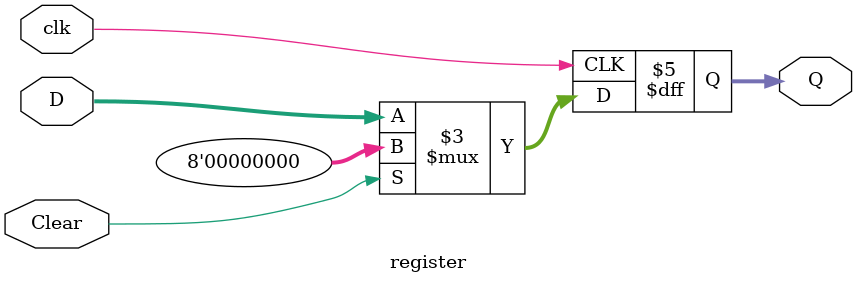
<source format=v>
module register(
input [7:0] D,
input clk,
input Clear,
output reg [7:0] Q);

always @(posedge clk)
if(Clear)
Q= 0 ;
else
Q= D ;
endmodule
</source>
